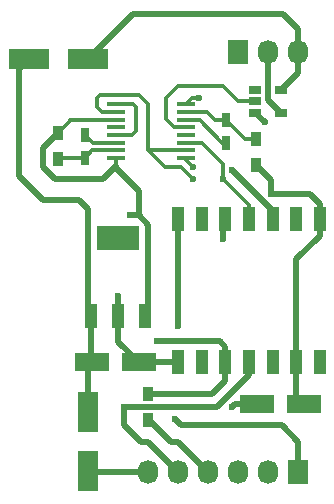
<source format=gtl>
G04 #@! TF.FileFunction,Copper,L1,Top,Signal*
%FSLAX46Y46*%
G04 Gerber Fmt 4.6, Leading zero omitted, Abs format (unit mm)*
G04 Created by KiCad (PCBNEW 4.0.3-stable) date 10/10/16 00:03:39*
%MOMM*%
%LPD*%
G01*
G04 APERTURE LIST*
%ADD10C,0.100000*%
%ADD11R,2.999740X1.501140*%
%ADD12R,0.750000X1.200000*%
%ADD13R,1.800860X3.500120*%
%ADD14R,3.500120X1.800860*%
%ADD15R,1.100000X2.000000*%
%ADD16R,0.900000X1.200000*%
%ADD17R,1.500000X0.450000*%
%ADD18R,1.727200X2.032000*%
%ADD19O,1.727200X2.032000*%
%ADD20R,3.657600X2.032000*%
%ADD21R,1.016000X2.032000*%
%ADD22R,1.060000X0.650000*%
%ADD23C,0.600000*%
%ADD24C,0.500000*%
%ADD25C,0.375000*%
G04 APERTURE END LIST*
D10*
D11*
X13174980Y-30734000D03*
X9177020Y-30734000D03*
X23147020Y-34290000D03*
X27144980Y-34290000D03*
D12*
X8636000Y-11496000D03*
X8636000Y-13396000D03*
X20574000Y-12126000D03*
X20574000Y-10226000D03*
D13*
X8890000Y-34965640D03*
X8890000Y-39964360D03*
D14*
X3850640Y-5080000D03*
X8849360Y-5080000D03*
D15*
X16510000Y-30734000D03*
X18510000Y-30734000D03*
X20510000Y-30734000D03*
X22510000Y-30734000D03*
X24510000Y-30734000D03*
X26510000Y-30734000D03*
X28510000Y-30734000D03*
X28510000Y-18634000D03*
X26510000Y-18634000D03*
X24510000Y-18634000D03*
X22510000Y-18634000D03*
X20510000Y-18634000D03*
X18510000Y-18634000D03*
X16510000Y-18634000D03*
D16*
X13970000Y-33444000D03*
X13970000Y-35644000D03*
X6350000Y-13546000D03*
X6350000Y-11346000D03*
X23114000Y-11854000D03*
X23114000Y-14054000D03*
D17*
X17174000Y-13451000D03*
X17174000Y-12801000D03*
X17174000Y-12151000D03*
X17174000Y-11501000D03*
X17174000Y-10851000D03*
X17174000Y-10201000D03*
X17174000Y-9551000D03*
X17174000Y-8901000D03*
X11274000Y-8901000D03*
X11274000Y-9551000D03*
X11274000Y-10201000D03*
X11274000Y-10851000D03*
X11274000Y-11501000D03*
X11274000Y-12151000D03*
X11274000Y-12801000D03*
X11274000Y-13451000D03*
D18*
X26670000Y-40005000D03*
D19*
X24130000Y-40005000D03*
X21590000Y-40005000D03*
X19050000Y-40005000D03*
X16510000Y-40005000D03*
X13970000Y-40005000D03*
D18*
X21590000Y-4445000D03*
D19*
X24130000Y-4445000D03*
X26670000Y-4445000D03*
D20*
X11430000Y-20193000D03*
D21*
X11430000Y-26797000D03*
X13716000Y-26797000D03*
X9144000Y-26797000D03*
D22*
X23030000Y-7686000D03*
X23030000Y-8636000D03*
X23030000Y-9586000D03*
X25230000Y-9586000D03*
X25230000Y-7686000D03*
D23*
X23876000Y-10414000D03*
X11430000Y-25146000D03*
X17780000Y-14224000D03*
X21082000Y-34544000D03*
X18288000Y-8382000D03*
X20320000Y-20320000D03*
X24384000Y-16510000D03*
X12446000Y-18288000D03*
X14732000Y-28956000D03*
X11938000Y-34544000D03*
X21082000Y-14478000D03*
X17780000Y-15240000D03*
X20320000Y-15240000D03*
X16510000Y-27686000D03*
X16256000Y-35560000D03*
D24*
X23030000Y-9586000D02*
X23048000Y-9586000D01*
X23048000Y-9586000D02*
X23876000Y-10414000D01*
X11430000Y-26797000D02*
X11430000Y-25146000D01*
X13174980Y-30734000D02*
X11430000Y-28989020D01*
X11430000Y-28989020D02*
X11430000Y-26797000D01*
D25*
X17174000Y-13451000D02*
X17174000Y-13618000D01*
X17174000Y-13618000D02*
X17780000Y-14224000D01*
D24*
X23147020Y-34290000D02*
X21336000Y-34290000D01*
X21336000Y-34290000D02*
X21082000Y-34544000D01*
D25*
X17174000Y-8901000D02*
X17693000Y-8382000D01*
X17693000Y-8382000D02*
X18288000Y-8382000D01*
D24*
X20510000Y-18634000D02*
X20320000Y-18824000D01*
X20320000Y-18824000D02*
X20320000Y-20320000D01*
X13174980Y-30734000D02*
X16510000Y-30734000D01*
X8890000Y-17780000D02*
X8890000Y-26543000D01*
X8890000Y-26543000D02*
X9144000Y-26797000D01*
X9144000Y-26797000D02*
X9144000Y-30700980D01*
X9144000Y-30700980D02*
X9177020Y-30734000D01*
X9177020Y-30734000D02*
X8890000Y-31021020D01*
X8890000Y-31021020D02*
X8890000Y-34965640D01*
X8849360Y-34290000D02*
X9177020Y-33962340D01*
X3850640Y-5080000D02*
X3048000Y-5882640D01*
X3048000Y-5882640D02*
X3048000Y-14986000D01*
X8128000Y-17018000D02*
X8890000Y-17780000D01*
X5080000Y-17018000D02*
X8128000Y-17018000D01*
X3048000Y-14986000D02*
X5080000Y-17018000D01*
X27686000Y-16510000D02*
X28510000Y-17334000D01*
X28510000Y-17334000D02*
X28510000Y-18634000D01*
X24384000Y-16510000D02*
X24384000Y-15324000D01*
X24384000Y-15324000D02*
X23114000Y-14054000D01*
X6350000Y-11346000D02*
X5080000Y-12616000D01*
X5080000Y-14224000D02*
X6096000Y-15240000D01*
X5080000Y-12616000D02*
X5080000Y-14224000D01*
D25*
X7366000Y-10201000D02*
X7366000Y-10330000D01*
X7366000Y-10330000D02*
X6350000Y-11346000D01*
D24*
X13716000Y-26797000D02*
X13970000Y-26543000D01*
X13970000Y-26543000D02*
X13970000Y-19072860D01*
X13970000Y-19072860D02*
X13185140Y-18288000D01*
X27686000Y-16510000D02*
X24384000Y-16510000D01*
X13185140Y-18288000D02*
X12446000Y-18288000D01*
X13185140Y-18288000D02*
X13185140Y-16233140D01*
X13185140Y-16233140D02*
X11176000Y-14224000D01*
X10160000Y-15240000D02*
X6096000Y-15240000D01*
X11176000Y-14224000D02*
X10160000Y-15240000D01*
D25*
X7366000Y-10201000D02*
X11274000Y-10201000D01*
D24*
X11274000Y-14126000D02*
X11176000Y-14224000D01*
D25*
X11274000Y-13451000D02*
X11274000Y-14126000D01*
D24*
X27144980Y-34290000D02*
X26510000Y-33655020D01*
X26510000Y-33655020D02*
X26510000Y-30734000D01*
X28510000Y-18634000D02*
X28510000Y-20004000D01*
X28510000Y-20004000D02*
X26510000Y-22004000D01*
X26510000Y-22004000D02*
X26510000Y-27686000D01*
X26510000Y-27686000D02*
X26510000Y-30734000D01*
D25*
X8636000Y-11496000D02*
X9291000Y-12151000D01*
X9291000Y-12151000D02*
X11274000Y-12151000D01*
X8636000Y-13396000D02*
X9231000Y-12801000D01*
X9231000Y-12801000D02*
X11274000Y-12801000D01*
X6350000Y-13546000D02*
X6500000Y-13396000D01*
X6500000Y-13396000D02*
X8636000Y-13396000D01*
X20574000Y-12126000D02*
X20254000Y-12126000D01*
X20254000Y-12126000D02*
X18329000Y-10201000D01*
X18329000Y-10201000D02*
X17174000Y-10201000D01*
X20574000Y-10226000D02*
X22202000Y-11854000D01*
X22202000Y-11854000D02*
X23114000Y-11854000D01*
X20574000Y-10226000D02*
X19624000Y-10226000D01*
X18949000Y-9551000D02*
X17174000Y-9551000D01*
X19624000Y-10226000D02*
X18949000Y-9551000D01*
D24*
X8890000Y-39964360D02*
X8930640Y-40005000D01*
X8930640Y-40005000D02*
X13970000Y-40005000D01*
X25230000Y-7686000D02*
X26670000Y-6246000D01*
X26670000Y-6246000D02*
X26670000Y-4445000D01*
X26670000Y-3175000D02*
X26670000Y-4445000D01*
X26670000Y-3810000D02*
X26670000Y-3175000D01*
X26670000Y-3175000D02*
X26670000Y-2540000D01*
X26670000Y-2540000D02*
X25400000Y-1270000D01*
X25400000Y-1270000D02*
X12659360Y-1270000D01*
X12659360Y-1270000D02*
X8849360Y-5080000D01*
X20510000Y-29400000D02*
X20510000Y-30734000D01*
X20066000Y-28956000D02*
X20510000Y-29400000D01*
X14732000Y-28956000D02*
X20066000Y-28956000D01*
X13970000Y-33444000D02*
X19388000Y-33444000D01*
X20510000Y-32322000D02*
X20510000Y-30734000D01*
X19388000Y-33444000D02*
X20510000Y-32322000D01*
X16510000Y-40005000D02*
X13970000Y-37465000D01*
X11938000Y-36068000D02*
X11938000Y-34544000D01*
X13335000Y-37465000D02*
X11938000Y-36068000D01*
X13970000Y-37465000D02*
X13335000Y-37465000D01*
X22510000Y-31846000D02*
X22510000Y-30734000D01*
X19812000Y-34544000D02*
X22510000Y-31846000D01*
X11938000Y-34544000D02*
X19812000Y-34544000D01*
X21082000Y-14478000D02*
X24510000Y-17906000D01*
X24510000Y-17906000D02*
X24510000Y-18634000D01*
X24510000Y-18634000D02*
X24510000Y-17906000D01*
D25*
X13970000Y-12801000D02*
X15393000Y-14224000D01*
X16764000Y-14224000D02*
X17780000Y-15240000D01*
X15393000Y-14224000D02*
X16764000Y-14224000D01*
X13208000Y-8128000D02*
X13970000Y-8890000D01*
X13970000Y-8890000D02*
X13970000Y-12801000D01*
X13208000Y-8128000D02*
X9906000Y-8128000D01*
X11274000Y-9551000D02*
X10059000Y-9551000D01*
X10059000Y-9551000D02*
X9652000Y-9144000D01*
X9652000Y-9144000D02*
X9652000Y-8382000D01*
X9652000Y-8382000D02*
X9906000Y-8128000D01*
X17174000Y-12801000D02*
X13970000Y-12801000D01*
X17174000Y-12151000D02*
X18501000Y-12151000D01*
X22510000Y-17430000D02*
X22510000Y-18634000D01*
X20320000Y-15240000D02*
X22510000Y-17430000D01*
X20320000Y-13970000D02*
X20320000Y-15240000D01*
X18501000Y-12151000D02*
X20320000Y-13970000D01*
D24*
X16510000Y-26670000D02*
X16510000Y-27686000D01*
X26670000Y-40005000D02*
X26670000Y-37465000D01*
X26670000Y-37465000D02*
X25273000Y-36068000D01*
X16510000Y-26670000D02*
X16510000Y-18634000D01*
X16764000Y-36068000D02*
X16256000Y-35560000D01*
X25273000Y-36068000D02*
X16764000Y-36068000D01*
X13970000Y-35644000D02*
X14054000Y-35644000D01*
X14054000Y-35644000D02*
X15875000Y-37465000D01*
X15875000Y-37465000D02*
X16510000Y-37465000D01*
X16510000Y-37465000D02*
X19050000Y-40005000D01*
X25230000Y-9586000D02*
X24130000Y-8486000D01*
X24130000Y-8486000D02*
X24130000Y-5588000D01*
X24130000Y-5588000D02*
X24130000Y-4445000D01*
X24130000Y-5080000D02*
X24130000Y-4445000D01*
D25*
X11274000Y-11501000D02*
X12629000Y-11501000D01*
X12711000Y-8901000D02*
X11274000Y-8901000D01*
X12954000Y-9144000D02*
X12711000Y-8901000D01*
X12954000Y-11176000D02*
X12954000Y-9144000D01*
X12629000Y-11501000D02*
X12954000Y-11176000D01*
X17174000Y-10851000D02*
X16185000Y-10851000D01*
X21590000Y-8636000D02*
X23030000Y-8636000D01*
X20320000Y-7366000D02*
X21590000Y-8636000D01*
X16510000Y-7366000D02*
X20320000Y-7366000D01*
X15494000Y-8382000D02*
X16510000Y-7366000D01*
X15494000Y-10160000D02*
X15494000Y-8382000D01*
X16185000Y-10851000D02*
X15494000Y-10160000D01*
M02*

</source>
